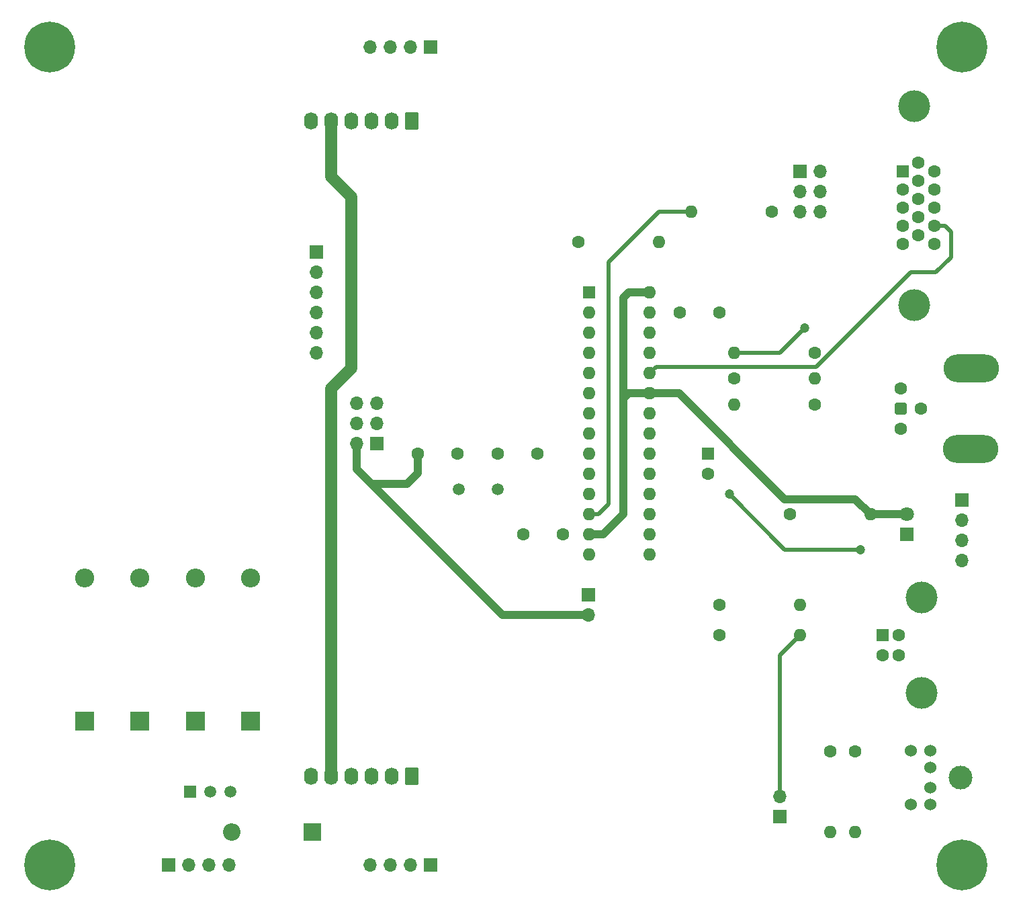
<source format=gbr>
%TF.GenerationSoftware,KiCad,Pcbnew,(6.0.4-0)*%
%TF.CreationDate,2024-04-20T10:56:28+10:00*%
%TF.ProjectId,Video terminal ,56696465-6f20-4746-9572-6d696e616c20,rev?*%
%TF.SameCoordinates,Original*%
%TF.FileFunction,Copper,L1,Top*%
%TF.FilePolarity,Positive*%
%FSLAX46Y46*%
G04 Gerber Fmt 4.6, Leading zero omitted, Abs format (unit mm)*
G04 Created by KiCad (PCBNEW (6.0.4-0)) date 2024-04-20 10:56:28*
%MOMM*%
%LPD*%
G01*
G04 APERTURE LIST*
G04 Aperture macros list*
%AMRoundRect*
0 Rectangle with rounded corners*
0 $1 Rounding radius*
0 $2 $3 $4 $5 $6 $7 $8 $9 X,Y pos of 4 corners*
0 Add a 4 corners polygon primitive as box body*
4,1,4,$2,$3,$4,$5,$6,$7,$8,$9,$2,$3,0*
0 Add four circle primitives for the rounded corners*
1,1,$1+$1,$2,$3*
1,1,$1+$1,$4,$5*
1,1,$1+$1,$6,$7*
1,1,$1+$1,$8,$9*
0 Add four rect primitives between the rounded corners*
20,1,$1+$1,$2,$3,$4,$5,0*
20,1,$1+$1,$4,$5,$6,$7,0*
20,1,$1+$1,$6,$7,$8,$9,0*
20,1,$1+$1,$8,$9,$2,$3,0*%
G04 Aperture macros list end*
%TA.AperFunction,ComponentPad*%
%ADD10O,7.000000X3.500000*%
%TD*%
%TA.AperFunction,ComponentPad*%
%ADD11RoundRect,0.400000X-0.400000X0.400000X-0.400000X-0.400000X0.400000X-0.400000X0.400000X0.400000X0*%
%TD*%
%TA.AperFunction,ComponentPad*%
%ADD12C,1.600000*%
%TD*%
%TA.AperFunction,ComponentPad*%
%ADD13R,1.800000X1.800000*%
%TD*%
%TA.AperFunction,ComponentPad*%
%ADD14C,1.800000*%
%TD*%
%TA.AperFunction,ComponentPad*%
%ADD15C,4.000000*%
%TD*%
%TA.AperFunction,ComponentPad*%
%ADD16R,1.600000X1.600000*%
%TD*%
%TA.AperFunction,ComponentPad*%
%ADD17C,3.000000*%
%TD*%
%TA.AperFunction,ComponentPad*%
%ADD18C,1.524000*%
%TD*%
%TA.AperFunction,ComponentPad*%
%ADD19O,1.600000X1.600000*%
%TD*%
%TA.AperFunction,ComponentPad*%
%ADD20R,1.700000X1.700000*%
%TD*%
%TA.AperFunction,ComponentPad*%
%ADD21O,1.700000X1.700000*%
%TD*%
%TA.AperFunction,ComponentPad*%
%ADD22C,1.500000*%
%TD*%
%TA.AperFunction,ComponentPad*%
%ADD23C,0.800000*%
%TD*%
%TA.AperFunction,ComponentPad*%
%ADD24C,6.400000*%
%TD*%
%TA.AperFunction,ComponentPad*%
%ADD25R,1.500000X1.500000*%
%TD*%
%TA.AperFunction,ComponentPad*%
%ADD26RoundRect,0.250000X0.620000X0.845000X-0.620000X0.845000X-0.620000X-0.845000X0.620000X-0.845000X0*%
%TD*%
%TA.AperFunction,ComponentPad*%
%ADD27O,1.740000X2.190000*%
%TD*%
%TA.AperFunction,ComponentPad*%
%ADD28R,2.400000X2.400000*%
%TD*%
%TA.AperFunction,ComponentPad*%
%ADD29O,2.400000X2.400000*%
%TD*%
%TA.AperFunction,ComponentPad*%
%ADD30R,2.200000X2.200000*%
%TD*%
%TA.AperFunction,ComponentPad*%
%ADD31O,2.200000X2.200000*%
%TD*%
%TA.AperFunction,ViaPad*%
%ADD32C,1.200000*%
%TD*%
%TA.AperFunction,Conductor*%
%ADD33C,0.500000*%
%TD*%
%TA.AperFunction,Conductor*%
%ADD34C,1.000000*%
%TD*%
%TA.AperFunction,Conductor*%
%ADD35C,1.500000*%
%TD*%
G04 APERTURE END LIST*
D10*
%TO.P,J2,*%
%TO.N,*%
X151130000Y-65405000D03*
X151030000Y-75565000D03*
D11*
%TO.P,J2,1,In*%
%TO.N,Net-(J2-Pad1)*%
X142240000Y-70485000D03*
D12*
%TO.P,J2,2,Ext*%
%TO.N,GND*%
X142240000Y-67945000D03*
%TO.P,J2,3*%
%TO.N,N/C*%
X144780000Y-70485000D03*
%TO.P,J2,4*%
X142240000Y-73025000D03*
%TD*%
D13*
%TO.P,D1,1,K*%
%TO.N,Net-(D1-Pad1)*%
X143000000Y-86360000D03*
D14*
%TO.P,D1,2,A*%
%TO.N,+3V3*%
X143000000Y-83820000D03*
%TD*%
D15*
%TO.P,J1,0*%
%TO.N,N/C*%
X143940000Y-57455000D03*
X143940000Y-32455000D03*
D16*
%TO.P,J1,1*%
%TO.N,/RED*%
X142520000Y-40640000D03*
D12*
%TO.P,J1,2*%
%TO.N,/GREEN*%
X142520000Y-42930000D03*
%TO.P,J1,3*%
%TO.N,/BLUE*%
X142520000Y-45220000D03*
%TO.P,J1,4*%
%TO.N,unconnected-(J1-Pad4)*%
X142520000Y-47510000D03*
%TO.P,J1,5*%
%TO.N,GND*%
X142520000Y-49800000D03*
%TO.P,J1,6*%
X144500000Y-39495000D03*
%TO.P,J1,7*%
X144500000Y-41785000D03*
%TO.P,J1,8*%
X144500000Y-44075000D03*
%TO.P,J1,9*%
%TO.N,unconnected-(J1-Pad9)*%
X144500000Y-46365000D03*
%TO.P,J1,10*%
%TO.N,GND*%
X144500000Y-48655000D03*
%TO.P,J1,11*%
%TO.N,unconnected-(J1-Pad11)*%
X146480000Y-40640000D03*
%TO.P,J1,12*%
%TO.N,unconnected-(J1-Pad12)*%
X146480000Y-42930000D03*
%TO.P,J1,13*%
%TO.N,H_SYNC*%
X146480000Y-45220000D03*
%TO.P,J1,14*%
%TO.N,V_SYNC*%
X146480000Y-47510000D03*
%TO.P,J1,15*%
%TO.N,unconnected-(J1-Pad15)*%
X146480000Y-49800000D03*
%TD*%
D17*
%TO.P,J4,0*%
%TO.N,N/C*%
X149800000Y-117000000D03*
D18*
%TO.P,J4,1*%
%TO.N,DATA*%
X146000000Y-115700000D03*
%TO.P,J4,2*%
%TO.N,unconnected-(J4-Pad2)*%
X146000000Y-118300000D03*
%TO.P,J4,3*%
%TO.N,GND*%
X146000000Y-113600000D03*
%TO.P,J4,4*%
%TO.N,+5V*%
X146000000Y-120400000D03*
%TO.P,J4,5*%
%TO.N,CLOCK*%
X143500000Y-113600000D03*
%TO.P,J4,6*%
%TO.N,unconnected-(J4-Pad6)*%
X143500000Y-120400000D03*
%TD*%
D12*
%TO.P,R1,1*%
%TO.N,CLOCK*%
X136525000Y-113665000D03*
D19*
%TO.P,R1,2*%
%TO.N,+5V*%
X136525000Y-123825000D03*
%TD*%
D12*
%TO.P,R3,1*%
%TO.N,Net-(J13-Pad1)*%
X126000000Y-45720000D03*
D19*
%TO.P,R3,2*%
%TO.N,VIDEO*%
X115840000Y-45720000D03*
%TD*%
D12*
%TO.P,R4,1*%
%TO.N,Net-(J2-Pad1)*%
X131445000Y-70000000D03*
D19*
%TO.P,R4,2*%
%TO.N,C_VIDEO*%
X121285000Y-70000000D03*
%TD*%
D12*
%TO.P,R5,1*%
%TO.N,Net-(J2-Pad1)*%
X131445000Y-63500000D03*
D19*
%TO.P,R5,2*%
%TO.N,H_SYNC*%
X121285000Y-63500000D03*
%TD*%
D16*
%TO.P,U1,1,~{MCLR}*%
%TO.N,~{MCLR}*%
X103000000Y-55880000D03*
D19*
%TO.P,U1,2,RA0/PGED3*%
%TO.N,PGD*%
X103000000Y-58420000D03*
%TO.P,U1,3,RA1/PGEC3*%
%TO.N,C*%
X103000000Y-60960000D03*
%TO.P,U1,4,RB0/PGED1*%
%TO.N,TX*%
X103000000Y-63500000D03*
%TO.P,U1,5,RB1/PGEC1*%
%TO.N,RX*%
X103000000Y-66040000D03*
%TO.P,U1,6,RB2*%
%TO.N,C_VIDEO*%
X103000000Y-68580000D03*
%TO.P,U1,7,RB3*%
%TO.N,B*%
X103000000Y-71120000D03*
%TO.P,U1,8,VSS*%
%TO.N,GND*%
X103000000Y-73660000D03*
%TO.P,U1,9,RA2/OSC1*%
%TO.N,Net-(C1-Pad1)*%
X103000000Y-76200000D03*
%TO.P,U1,10,RA3/OSC2*%
%TO.N,Net-(C2-Pad1)*%
X103000000Y-78740000D03*
%TO.P,U1,11,RB4*%
%TO.N,A*%
X103000000Y-81280000D03*
%TO.P,U1,12,RA4*%
%TO.N,VIDEO*%
X103000000Y-83820000D03*
%TO.P,U1,13,VDD*%
%TO.N,+3V3*%
X103000000Y-86360000D03*
%TO.P,U1,14,RB5*%
%TO.N,Net-(JP8-Pad1)*%
X103000000Y-88900000D03*
%TO.P,U1,15,VBUS*%
%TO.N,VBUS*%
X110620000Y-88900000D03*
%TO.P,U1,16,RB7*%
%TO.N,DATA*%
X110620000Y-86360000D03*
%TO.P,U1,17,RB8*%
%TO.N,CLOCK*%
X110620000Y-83820000D03*
%TO.P,U1,18,RB9*%
%TO.N,H_SYNC*%
X110620000Y-81280000D03*
%TO.P,U1,19,VSS*%
%TO.N,GND*%
X110620000Y-78740000D03*
%TO.P,U1,20,VCAP*%
%TO.N,Net-(C4-Pad1)*%
X110620000Y-76200000D03*
%TO.P,U1,21,RB10/PGED2*%
%TO.N,D-*%
X110620000Y-73660000D03*
%TO.P,U1,22,RB/PGEC2*%
%TO.N,D+*%
X110620000Y-71120000D03*
%TO.P,U1,23,VUSB(3V3)*%
%TO.N,+3V3*%
X110620000Y-68580000D03*
%TO.P,U1,24,RB13*%
%TO.N,V_SYNC*%
X110620000Y-66040000D03*
%TO.P,U1,25,RB14*%
%TO.N,H_SYNC*%
X110620000Y-63500000D03*
%TO.P,U1,26,RB15*%
%TO.N,unconnected-(U1-Pad26)*%
X110620000Y-60960000D03*
%TO.P,U1,27,AVSS*%
%TO.N,GND*%
X110620000Y-58420000D03*
%TO.P,U1,28,AVDD*%
%TO.N,+3V3*%
X110620000Y-55880000D03*
%TD*%
D20*
%TO.P,J3,1,Pin_1*%
%TO.N,~{MCLR}*%
X68580000Y-50800000D03*
D21*
%TO.P,J3,2,Pin_2*%
%TO.N,+3V3*%
X68580000Y-53340000D03*
%TO.P,J3,3,Pin_3*%
%TO.N,GND*%
X68580000Y-55880000D03*
%TO.P,J3,4,Pin_4*%
%TO.N,PGD*%
X68580000Y-58420000D03*
%TO.P,J3,5,Pin_5*%
%TO.N,C*%
X68580000Y-60960000D03*
%TO.P,J3,6,Pin_6*%
%TO.N,unconnected-(J3-Pad6)*%
X68580000Y-63500000D03*
%TD*%
D12*
%TO.P,R6,1*%
%TO.N,~{MCLR}*%
X101600000Y-49530000D03*
D19*
%TO.P,R6,2*%
%TO.N,+3V3*%
X111760000Y-49530000D03*
%TD*%
D12*
%TO.P,C1,1*%
%TO.N,Net-(C1-Pad1)*%
X91440000Y-76200000D03*
%TO.P,C1,2*%
%TO.N,GND*%
X96440000Y-76200000D03*
%TD*%
%TO.P,C2,1*%
%TO.N,Net-(C2-Pad1)*%
X86360000Y-76200000D03*
%TO.P,C2,2*%
%TO.N,GND*%
X81360000Y-76200000D03*
%TD*%
%TO.P,R2,1*%
%TO.N,DATA*%
X133350000Y-113665000D03*
D19*
%TO.P,R2,2*%
%TO.N,+5V*%
X133350000Y-123825000D03*
%TD*%
D12*
%TO.P,R7,1*%
%TO.N,Net-(J5-Pad4)*%
X128270000Y-83820000D03*
D19*
%TO.P,R7,2*%
%TO.N,+3V3*%
X138430000Y-83820000D03*
%TD*%
D12*
%TO.P,R8,1*%
%TO.N,RX*%
X121285000Y-66675000D03*
D19*
%TO.P,R8,2*%
%TO.N,Net-(J5-Pad4)*%
X131445000Y-66675000D03*
%TD*%
D22*
%TO.P,Y1,1,1*%
%TO.N,Net-(C1-Pad1)*%
X91440000Y-80645000D03*
%TO.P,Y1,2,2*%
%TO.N,Net-(C2-Pad1)*%
X86560000Y-80645000D03*
%TD*%
D23*
%TO.P,H1,1,1*%
%TO.N,GND*%
X147600000Y-128000000D03*
X150000000Y-130400000D03*
X150000000Y-125600000D03*
X152400000Y-128000000D03*
X148302944Y-129697056D03*
X151697056Y-126302944D03*
X148302944Y-126302944D03*
X151697056Y-129697056D03*
D24*
X150000000Y-128000000D03*
%TD*%
D23*
%TO.P,H2,1,1*%
%TO.N,GND*%
X37400000Y-25000000D03*
X36697056Y-26697056D03*
X36697056Y-23302944D03*
X32600000Y-25000000D03*
D24*
X35000000Y-25000000D03*
D23*
X33302944Y-26697056D03*
X35000000Y-27400000D03*
X33302944Y-23302944D03*
X35000000Y-22600000D03*
%TD*%
%TO.P,H4,1,1*%
%TO.N,GND*%
X150000000Y-22600000D03*
X148302944Y-23302944D03*
X152400000Y-25000000D03*
D24*
X150000000Y-25000000D03*
D23*
X150000000Y-27400000D03*
X151697056Y-26697056D03*
X151697056Y-23302944D03*
X148302944Y-26697056D03*
X147600000Y-25000000D03*
%TD*%
D12*
%TO.P,C3,1*%
%TO.N,+3V3*%
X99695000Y-86360000D03*
%TO.P,C3,2*%
%TO.N,GND*%
X94695000Y-86360000D03*
%TD*%
D16*
%TO.P,C4,1*%
%TO.N,Net-(C4-Pad1)*%
X118000000Y-76200000D03*
D12*
%TO.P,C4,2*%
%TO.N,GND*%
X118000000Y-78700000D03*
%TD*%
%TO.P,C5,1*%
%TO.N,+3V3*%
X119380000Y-58420000D03*
%TO.P,C5,2*%
%TO.N,GND*%
X114380000Y-58420000D03*
%TD*%
D16*
%TO.P,J8,1,VBUS*%
%TO.N,Net-(J8-Pad1)*%
X140000000Y-99060000D03*
D12*
%TO.P,J8,2,D-*%
%TO.N,D-*%
X140000000Y-101560000D03*
%TO.P,J8,3,D+*%
%TO.N,D+*%
X142000000Y-101560000D03*
%TO.P,J8,4,GND*%
%TO.N,GND*%
X142000000Y-99060000D03*
D15*
%TO.P,J8,5,Shield*%
X144860000Y-106310000D03*
X144860000Y-94310000D03*
%TD*%
D20*
%TO.P,JP7,1,1*%
%TO.N,+5V*%
X127000000Y-121920000D03*
D21*
%TO.P,JP7,2,2*%
%TO.N,Net-(J8-Pad1)*%
X127000000Y-119380000D03*
%TD*%
D20*
%TO.P,JP8,1,1*%
%TO.N,Net-(JP8-Pad1)*%
X102870000Y-93980000D03*
D21*
%TO.P,JP8,2,2*%
%TO.N,GND*%
X102870000Y-96520000D03*
%TD*%
D12*
%TO.P,R9,1*%
%TO.N,VBUS*%
X119380000Y-99060000D03*
D19*
%TO.P,R9,2*%
%TO.N,Net-(J8-Pad1)*%
X129540000Y-99060000D03*
%TD*%
D12*
%TO.P,R10,1*%
%TO.N,Net-(JP8-Pad1)*%
X119380000Y-95250000D03*
D19*
%TO.P,R10,2*%
%TO.N,Net-(D1-Pad1)*%
X129540000Y-95250000D03*
%TD*%
D25*
%TO.P,U2,1,GND*%
%TO.N,GND*%
X52705000Y-118745000D03*
D22*
%TO.P,U2,2,VI*%
%TO.N,+3V3*%
X55245000Y-118745000D03*
%TO.P,U2,3,VO*%
%TO.N,+5V*%
X57785000Y-118745000D03*
%TD*%
D26*
%TO.P,J10,1,Pin_1*%
%TO.N,I_data*%
X80645000Y-116840000D03*
D27*
%TO.P,J10,2,Pin_2*%
%TO.N,I_flag*%
X78105000Y-116840000D03*
%TO.P,J10,3,Pin_3*%
%TO.N,I_rst*%
X75565000Y-116840000D03*
%TO.P,J10,4,Pin_4*%
%TO.N,I_clock*%
X73025000Y-116840000D03*
%TO.P,J10,5,Pin_5*%
%TO.N,Net-(J10-Pad5)*%
X70485000Y-116840000D03*
%TO.P,J10,6,Pin_6*%
%TO.N,GND*%
X67945000Y-116840000D03*
%TD*%
D26*
%TO.P,J11,1,Pin_1*%
%TO.N,data*%
X80645000Y-34290000D03*
D27*
%TO.P,J11,2,Pin_2*%
%TO.N,flag*%
X78105000Y-34290000D03*
%TO.P,J11,3,Pin_3*%
%TO.N,rst*%
X75565000Y-34290000D03*
%TO.P,J11,4,Pin_4*%
%TO.N,clock*%
X73025000Y-34290000D03*
%TO.P,J11,5,Pin_5*%
%TO.N,Net-(J10-Pad5)*%
X70485000Y-34290000D03*
%TO.P,J11,6,Pin_6*%
%TO.N,GND*%
X67945000Y-34290000D03*
%TD*%
D28*
%TO.P,C6,1*%
%TO.N,+5V*%
X46355000Y-109855000D03*
D29*
%TO.P,C6,2*%
%TO.N,GND*%
X46355000Y-91855000D03*
%TD*%
D28*
%TO.P,C7,1*%
%TO.N,+3V3*%
X60325000Y-109855000D03*
D29*
%TO.P,C7,2*%
%TO.N,GND*%
X60325000Y-91855000D03*
%TD*%
D28*
%TO.P,C8,1*%
%TO.N,+5V*%
X39370000Y-109855000D03*
D29*
%TO.P,C8,2*%
%TO.N,GND*%
X39370000Y-91855000D03*
%TD*%
D28*
%TO.P,C9,1*%
%TO.N,+3V3*%
X53340000Y-109855000D03*
D29*
%TO.P,C9,2*%
%TO.N,GND*%
X53340000Y-91855000D03*
%TD*%
D30*
%TO.P,D2,1,K*%
%TO.N,Net-(J10-Pad5)*%
X68100000Y-123825000D03*
D31*
%TO.P,D2,2,A*%
%TO.N,+5V*%
X57940000Y-123825000D03*
%TD*%
D23*
%TO.P,H3,1,1*%
%TO.N,GND*%
X37400000Y-128000000D03*
D24*
X35000000Y-128000000D03*
D23*
X36697056Y-126302944D03*
X36697056Y-129697056D03*
X35000000Y-125600000D03*
X32600000Y-128000000D03*
X33302944Y-129697056D03*
X35000000Y-130400000D03*
X33302944Y-126302944D03*
%TD*%
D20*
%TO.P,J12,1,Pin_1*%
%TO.N,A*%
X76200000Y-74930000D03*
D21*
%TO.P,J12,2,Pin_2*%
%TO.N,GND*%
X73660000Y-74930000D03*
%TO.P,J12,3,Pin_3*%
%TO.N,B*%
X76200000Y-72390000D03*
%TO.P,J12,4,Pin_4*%
%TO.N,GND*%
X73660000Y-72390000D03*
%TO.P,J12,5,Pin_5*%
%TO.N,C*%
X76200000Y-69850000D03*
%TO.P,J12,6,Pin_6*%
%TO.N,GND*%
X73660000Y-69850000D03*
%TD*%
D20*
%TO.P,J13,1,Pin_1*%
%TO.N,Net-(J13-Pad1)*%
X129540000Y-40640000D03*
D21*
%TO.P,J13,2,Pin_2*%
%TO.N,/RED*%
X132080000Y-40640000D03*
%TO.P,J13,3,Pin_3*%
%TO.N,Net-(J13-Pad1)*%
X129540000Y-43180000D03*
%TO.P,J13,4,Pin_4*%
%TO.N,/GREEN*%
X132080000Y-43180000D03*
%TO.P,J13,5,Pin_5*%
%TO.N,Net-(J13-Pad1)*%
X129540000Y-45720000D03*
%TO.P,J13,6,Pin_6*%
%TO.N,/BLUE*%
X132080000Y-45720000D03*
%TD*%
D20*
%TO.P,J5,1,Pin_1*%
%TO.N,TX*%
X150000000Y-82000000D03*
D21*
%TO.P,J5,2,Pin_2*%
%TO.N,GND*%
X150000000Y-84540000D03*
%TO.P,J5,3,Pin_3*%
X150000000Y-87080000D03*
%TO.P,J5,4,Pin_4*%
%TO.N,Net-(J5-Pad4)*%
X150000000Y-89620000D03*
%TD*%
D20*
%TO.P,J6,1,Pin_1*%
%TO.N,GND*%
X50000000Y-128000000D03*
D21*
%TO.P,J6,2,Pin_2*%
X52540000Y-128000000D03*
%TO.P,J6,3,Pin_3*%
%TO.N,+5V*%
X55080000Y-128000000D03*
%TO.P,J6,4,Pin_4*%
X57620000Y-128000000D03*
%TD*%
D20*
%TO.P,J7,1,Pin_1*%
%TO.N,I_clock*%
X83000000Y-128000000D03*
D21*
%TO.P,J7,2,Pin_2*%
%TO.N,I_data*%
X80460000Y-128000000D03*
%TO.P,J7,3,Pin_3*%
%TO.N,I_flag*%
X77920000Y-128000000D03*
%TO.P,J7,4,Pin_4*%
%TO.N,I_rst*%
X75380000Y-128000000D03*
%TD*%
D20*
%TO.P,J9,1,Pin_1*%
%TO.N,clock*%
X83000000Y-25000000D03*
D21*
%TO.P,J9,2,Pin_2*%
%TO.N,data*%
X80460000Y-25000000D03*
%TO.P,J9,3,Pin_3*%
%TO.N,flag*%
X77920000Y-25000000D03*
%TO.P,J9,4,Pin_4*%
%TO.N,rst*%
X75380000Y-25000000D03*
%TD*%
D32*
%TO.N,H_SYNC*%
X120650000Y-81280000D03*
X137160000Y-88265000D03*
X130175000Y-60325000D03*
%TD*%
D33*
%TO.N,V_SYNC*%
X148590000Y-48260000D02*
X147840000Y-47510000D01*
X146685000Y-53340000D02*
X148590000Y-51435000D01*
X131609999Y-65240001D02*
X143510000Y-53340000D01*
X148590000Y-51435000D02*
X148590000Y-48260000D01*
X143510000Y-53340000D02*
X146685000Y-53340000D01*
X110620000Y-66040000D02*
X111419999Y-65240001D01*
X147840000Y-47510000D02*
X146480000Y-47510000D01*
X111419999Y-65240001D02*
X131609999Y-65240001D01*
%TO.N,H_SYNC*%
X127635000Y-88265000D02*
X120650000Y-81280000D01*
X137160000Y-88265000D02*
X127635000Y-88265000D01*
X127000000Y-63500000D02*
X121285000Y-63500000D01*
X130175000Y-60325000D02*
X127000000Y-63500000D01*
D34*
%TO.N,GND*%
X81360000Y-78660000D02*
X80010000Y-80010000D01*
X73660000Y-78105000D02*
X73660000Y-74930000D01*
X102870000Y-96520000D02*
X92075000Y-96520000D01*
X92075000Y-96520000D02*
X73660000Y-78105000D01*
X80010000Y-80010000D02*
X75565000Y-80010000D01*
X75565000Y-80010000D02*
X73660000Y-78105000D01*
X81360000Y-76200000D02*
X81360000Y-78660000D01*
D33*
%TO.N,VIDEO*%
X104140000Y-83820000D02*
X105410000Y-82550000D01*
X103000000Y-83820000D02*
X104140000Y-83820000D01*
X105410000Y-82550000D02*
X105410000Y-52070000D01*
X105410000Y-52070000D02*
X111760000Y-45720000D01*
X111760000Y-45720000D02*
X115840000Y-45720000D01*
D34*
%TO.N,+3V3*%
X114300000Y-68580000D02*
X127635000Y-81915000D01*
X110620000Y-68580000D02*
X114300000Y-68580000D01*
X110620000Y-55880000D02*
X107950000Y-55880000D01*
X107950000Y-68580000D02*
X110620000Y-68580000D01*
X136525000Y-81915000D02*
X138430000Y-83820000D01*
X104775000Y-86360000D02*
X107315000Y-83820000D01*
X138430000Y-83820000D02*
X143000000Y-83820000D01*
X107950000Y-55880000D02*
X107315000Y-56515000D01*
X107315000Y-56515000D02*
X107315000Y-69215000D01*
X127635000Y-81915000D02*
X136525000Y-81915000D01*
X107315000Y-69215000D02*
X107950000Y-68580000D01*
X103000000Y-86360000D02*
X104775000Y-86360000D01*
X107315000Y-83820000D02*
X107315000Y-69215000D01*
D33*
%TO.N,Net-(J8-Pad1)*%
X127000000Y-101600000D02*
X129540000Y-99060000D01*
X127000000Y-119380000D02*
X127000000Y-101600000D01*
D35*
%TO.N,Net-(J10-Pad5)*%
X70485000Y-116840000D02*
X70485000Y-67945000D01*
X70485000Y-67945000D02*
X73025000Y-65405000D01*
X73025000Y-43815000D02*
X70485000Y-41275000D01*
X73025000Y-65405000D02*
X73025000Y-43815000D01*
X70485000Y-41275000D02*
X70485000Y-34290000D01*
%TD*%
M02*

</source>
